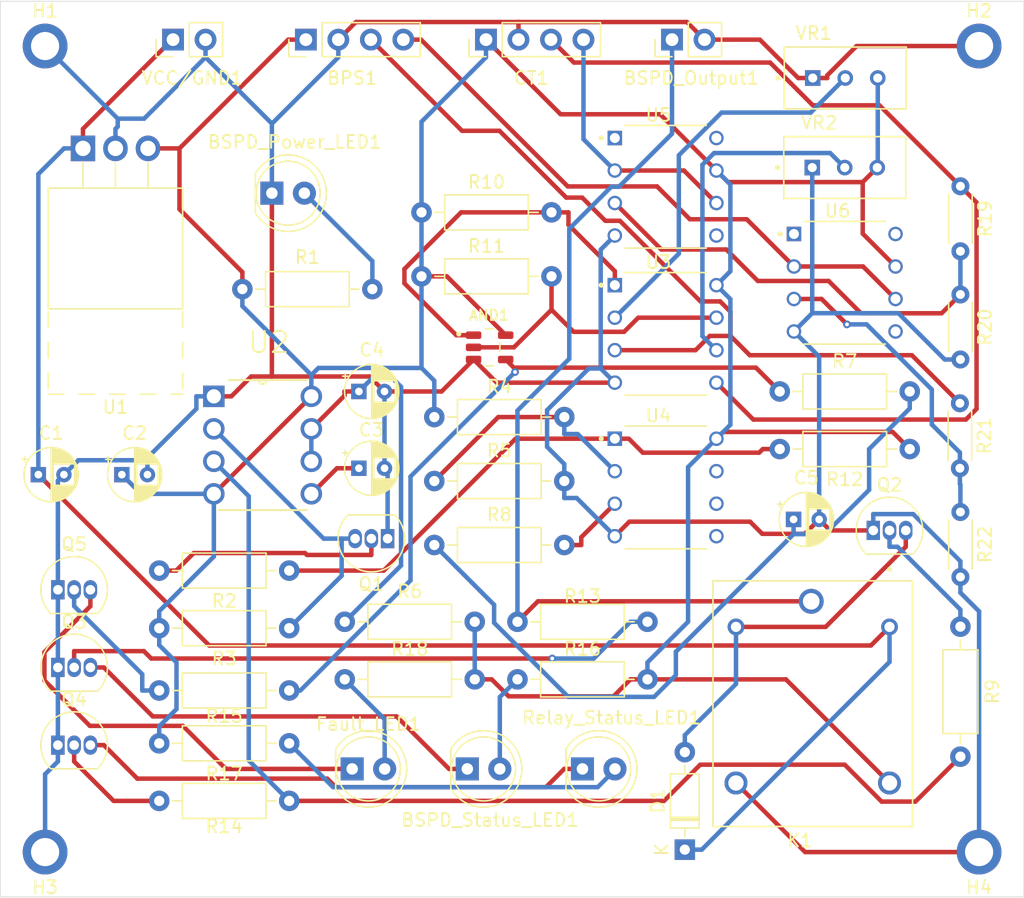
<source format=kicad_pcb>
(kicad_pcb (version 20240108) (generator "pcbnew") (generator_version "8.0")
  (layers (0 "F.Cu" signal) (31 "B.Cu" signal) (34 "B.Paste" user) (35 "F.Paste" user) (36 "B.SilkS" user "B.Silkscreen") (37 "F.SilkS" user "F.Silkscreen") (38 "B.Mask" user) (39 "F.Mask" user) (44 "Edge.Cuts" user))
  (net 0 "")
  (net 1 "CT_OUT")
  (net 2 "5V")
  (net 3 "BPS_OUT")
  (net 4 "AND_OUT")
  (net 5 "GND")
  (net 6 "BPS_IN")
  (net 7 "Net-(BSPD_Power_LED1-A)")
  (net 8 "Net-(BSPD_Status_LED1-A)")
  (net 9 "Net-(BSPD_Status_LED1-K)")
  (net 10 "+12V")
  (net 11 "Net-(U2-CV)")
  (net 12 "Net-(U2-DIS)")
  (net 13 "Net-(C5-Pad1)")
  (net 14 "CT_IN")
  (net 15 "Net-(D1-A)")
  (net 16 "Net-(Fault_LED1-A)")
  (net 17 "Net-(Fault_LED1-K)")
  (net 18 "BSPD_OUT")
  (net 19 "Net-(Q1-C)")
  (net 20 "Net-(Q1-B)")
  (net 21 "Net-(Q2-B)")
  (net 22 "Net-(Q3-B)")
  (net 23 "Net-(Q4-B)")
  (net 24 "Net-(Q4-C)")
  (net 25 "Net-(Q5-B)")
  (net 26 "500ms_out")
  (net 27 "Vref(2.5V)")
  (net 28 "Net-(U4-1IN+)")
  (net 29 "10sec_OUT")
  (net 30 "Net-(Relay_Status_LED1-A)")
  (net 31 "Vref_CT")
  (net 32 "Vref_BPS")
  (net 36 "BPS_VCU")
  (net 37 "CT_VCU")
  (net 38 "Net-(U5-+)")
  (net 39 "Net-(U6-+)")
  (footprint "NE555:DIP254P762X533-8" (layer "F.Cu") (at 114.81 101.5)
    (property "Reference" "U2")
    (property "Value" "NE555D")
  )
  (footprint "Resistor_THT:R_Axial_DIN0207_L6.3mm_D2.5mm_P10.16mm_Horizontal" (layer "F.Cu") (at 123.42 79.5)
    (property "Reference" "R10")
    (property "Value" "10k")
  )
  (footprint "Resistor_THT:R_Axial_DIN0204_L3.6mm_D1.6mm_P5.08mm_Horizontal" (layer "F.Cu") (at 165.54 102.92 -90)
    (property "Reference" "R22")
    (property "Value" "10k")
  )
  (footprint "LED_THT:LED_D5.0mm_IRGrey" (layer "F.Cu") (at 111.725 78)
    (property "Reference" "BSPD_Power_LED1")
    (property "Value" "CQY99")
  )
  (footprint "MountingHole:MountingHole_2.2mm_M2_ISO7380_Pad" (layer "F.Cu") (at 94 66.5)
    (property "Reference" "H1")
    (property "Value" "MountingHole_Pad")
  )
  (footprint "Trimmer Pot:TRIM_3296W-OT1-103LF" (layer "F.Cu") (at 156.54 69)
    (property "Reference" "VR1")
    (property "Value" "10K")
  )
  (footprint "Resistor_THT:R_Axial_DIN0207_L6.3mm_D2.5mm_P10.16mm_Horizontal" (layer "F.Cu") (at 117.42 111.5)
    (property "Reference" "R6")
    (property "Value" "750k")
  )
  (footprint "LM393_THT:DIP794W45P254L959H508Q8" (layer "F.Cu") (at 142.5 89)
    (property "Reference" "U3")
    (property "Value" "LM393DR")
  )
  (footprint "MountingHole:MountingHole_2.2mm_M2_ISO7380_Pad" (layer "F.Cu") (at 167 129.5 180)
    (property "Reference" "H4")
    (property "Value" "MountingHole_Pad")
  )
  (footprint "Resistor_THT:R_Axial_DIN0207_L6.3mm_D2.5mm_P10.16mm_Horizontal" (layer "F.Cu") (at 123.42 84.5)
    (property "Reference" "R11")
    (property "Value" "10k")
  )
  (footprint "Single AND Gate:SOT95P280X145-5N" (layer "F.Cu") (at 128.745 90.05)
    (property "Reference" "AND1")
    (property "Value" "SN74LVC1G08DBVRE4")
  )
  (footprint "Resistor_THT:R_Axial_DIN0207_L6.3mm_D2.5mm_P10.16mm_Horizontal" (layer "F.Cu") (at 161.58 98 180)
    (property "Reference" "R12")
    (property "Value" "10k")
  )
  (footprint "Package_TO_SOT_THT:TO-92_Inline" (layer "F.Cu") (at 120.77 105 180)
    (property "Reference" "Q1")
    (property "Value" "2N3904")
  )
  (footprint "Package_TO_SOT_THT:TO-220F-3_Horizontal_TabUp" (layer "F.Cu") (at 96.96 74.5)
    (property "Reference" "U1")
    (property "Value" "L7805")
  )
  (footprint "Resistor_THT:R_Axial_DIN0207_L6.3mm_D2.5mm_P10.16mm_Horizontal" (layer "F.Cu") (at 117.42 116)
    (property "Reference" "R18")
    (property "Value" "220")
  )
  (footprint "Resistor_THT:R_Axial_DIN0207_L6.3mm_D2.5mm_P10.16mm_Horizontal" (layer "F.Cu") (at 130.92 116)
    (property "Reference" "R16")
    (property "Value" "220")
  )
  (footprint "Capacitor_THT:CP_Radial_D4.0mm_P2.00mm" (layer "F.Cu") (at 118.5274 93.5)
    (property "Reference" "C4")
    (property "Value" "10uF")
  )
  (footprint "Package_TO_SOT_THT:TO-92_Inline" (layer "F.Cu") (at 158.73 104.36)
    (property "Reference" "Q2")
    (property "Value" "2N3904")
  )
  (footprint "Resistor_THT:R_Axial_DIN0207_L6.3mm_D2.5mm_P10.16mm_Horizontal" (layer "F.Cu") (at 113.08 107.5 180)
    (property "Reference" "R2")
    (property "Value" "1k")
  )
  (footprint "LM741CN_NOPB:DIP794W45P254L959H508Q8" (layer "F.Cu") (at 142.5 77.5)
    (property "Reference" "U5")
    (property "Value" "LM741")
  )
  (footprint "LED_THT:LED_D5.0mm_IRGrey" (layer "F.Cu") (at 118 123)
    (property "Reference" "Fault_LED1")
    (property "Value" "CQY99")
  )
  (footprint "Resistor_THT:R_Axial_DIN0207_L6.3mm_D2.5mm_P10.16mm_Horizontal" (layer "F.Cu") (at 124.42 105.5)
    (property "Reference" "R8")
    (property "Value" "220")
  )
  (footprint "Resistor_THT:R_Axial_DIN0204_L3.6mm_D1.6mm_P5.08mm_Horizontal" (layer "F.Cu") (at 165.54 85.92 -90)
    (property "Reference" "R20")
    (property "Value" "10k")
  )
  (footprint "Resistor_THT:R_Axial_DIN0207_L6.3mm_D2.5mm_P10.16mm_Horizontal" (layer "F.Cu") (at 113.08 121 180)
    (property "Reference" "R17")
    (property "Value" "220")
  )
  (footprint "Package_TO_SOT_THT:TO-92_Inline" (layer "F.Cu") (at 95 121.14)
    (property "Reference" "Q4")
    (property "Value" "2N3904")
  )
  (footprint "Connector_PinHeader_2.54mm:PinHeader_1x04_P2.54mm_Vertical" (layer "F.Cu") (at 128.46 66 90)
    (property "Reference" "CT1")
    (property "Value" "Screw_Terminal_01x04")
  )
  (footprint "Resistor_THT:R_Axial_DIN0204_L3.6mm_D1.6mm_P5.08mm_Horizontal" (layer "F.Cu") (at 165.54 77.46 -90)
    (property "Reference" "R19")
    (property "Value" "5k")
  )
  (footprint "Capacitor_THT:CP_Radial_D4.0mm_P2.00mm" (layer "F.Cu") (at 152.5 103.5)
    (property "Reference" "C5")
    (property "Value" "10uF")
  )
  (footprint "LM741CN_NOPB:DIP794W45P254L959H508Q8" (layer "F.Cu") (at 156.5 85)
    (property "Reference" "U6")
    (property "Value" "LM741")
  )
  (footprint "Trimmer Pot:TRIM_3296W-OT1-103LF" (layer "F.Cu") (at 156.5 76)
    (property "Reference" "VR2")
    (property "Value" "10K")
  )
  (footprint "Resistor_THT:R_Axial_DIN0207_L6.3mm_D2.5mm_P10.16mm_Horizontal" (layer "F.Cu") (at 151.42 93.5)
    (property "Reference" "R7")
    (property "Value" "10k")
  )
  (footprint "Package_TO_SOT_THT:TO-92_Inline" (layer "F.Cu") (at 95 109)
    (property "Reference" "Q5")
    (property "Value" "2N3904")
  )
  (footprint "Resistor_THT:R_Axial_DIN0204_L3.6mm_D1.6mm_P5.08mm_Horizontal" (layer "F.Cu") (at 165.5 94.42 -90)
    (property "Reference" "R21")
    (property "Value" "5k")
  )
  (footprint "LED_THT:LED_D5.0mm_IRGrey" (layer "F.Cu") (at 136 123)
    (property "Reference" "Relay_Status_LED1")
    (property "Value" "CQY99")
  )
  (footprint "Connector_PinHeader_2.54mm:PinHeader_1x02_P2.54mm_Vertical" (layer "F.Cu") (at 104 66 90)
    (property "Reference" "VCC/GND1")
    (property "Value" "Screw_Terminal_01x02")
  )
  (footprint "Connector_PinHeader_2.54mm:PinHeader_1x04_P2.54mm_Vertical" (layer "F.Cu") (at 114.38 66 90)
    (property "Reference" "BPS1")
    (property "Value" "Screw_Terminal_01x04")
  )
  (footprint "Connector_PinHeader_2.54mm:PinHeader_1x02_P2.54mm_Vertical" (layer "F.Cu") (at 143 66 90)
    (property "Reference" "BSPD_Output1")
    (property "Value" "Screw_Terminal_01x02")
  )
  (footprint "Resistor_THT:R_Axial_DIN0207_L6.3mm_D2.5mm_P10.16mm_Horizontal" (layer "F.Cu") (at 113.08 116.87 180)
    (property "Reference" "R15")
    (property "Value" "1k")
  )
  (footprint "Resistor_THT:R_Axial_DIN0207_L6.3mm_D2.5mm_P10.16mm_Horizontal" (layer "F.Cu") (at 124.42 95.5)
    (property "Reference" "R4")
    (property "Value" "10k")
  )
  (footprint "Resistor_THT:R_Axial_DIN0207_L6.3mm_D2.5mm_P10.16mm_Horizontal" (layer "F.Cu") (at 124.42 100.5)
    (property "Reference" "R5")
    (property "Value" "10k")
  )
  (footprint "Resistor_THT:R_Axial_DIN0207_L6.3mm_D2.5mm_P10.16mm_Horizontal" (layer "F.Cu") (at 130.92 111.5)
    (property "Reference" "R13")
    (property "Value" "1k")
  )
  (footprint "Capacitor_THT:CP_Radial_D4.0mm_P2.00mm" (layer "F.Cu") (at 93.4726 100)
    (property "Reference" "C1")
    (property "Value" "10uF")
  )
  (footprint "MountingHole:MountingHole_2.2mm_M2_ISO7380_Pad" (layer "F.Cu") (at 94 129.5 180)
    (property "Reference" "H3")
    (property "Value" "MountingHole_Pad")
  )
  (footprint "Resistor_THT:R_Axial_DIN0207_L6.3mm_D2.5mm_P10.16mm_Horizontal" (layer "F.Cu") (at 165.54 122.04 90)
    (property "Reference" "R9")
    (property "Value" "1k")
  )
  (footprint "Resistor_THT:R_Axial_DIN0207_L6.3mm_D2.5mm_P10.16mm_Horizontal" (layer "F.Cu") (at 119.58 85.5 180)
    (property "Reference" "R1")
    (property "Value" "220")
  )
  (footprint "LM393_THT:DIP794W45P254L959H508Q8" (layer "F.Cu") (at 142.5 101)
    (property "Reference" "U4")
    (property "Value" "LM393DR")
  )
  (footprint "Diode_THT:D_DO-35_SOD27_P7.62mm_Horizontal" (layer "F.Cu") (at 144 129.31 90)
    (property "Reference" "D1")
    (property "Value" "D")
  )
  (footprint "Resistor_THT:R_Axial_DIN0207_L6.3mm_D2.5mm_P10.16mm_Horizontal" (layer "F.Cu") (at 113.08 112 180)
    (property "Reference" "R3")
    (property "Value" "1k")
  )
  (footprint "Package_TO_SOT_THT:TO-92_Inline" (layer "F.Cu") (at 95 115.07)
    (property "Reference" "Q3")
    (property "Value" "2N3904")
  )
  (footprint "MountingHole:MountingHole_2.2mm_M2_ISO7380_Pad" (layer "F.Cu") (at 167 66.5)
    (property "Reference" "H2")
    (property "Value" "MountingHole_Pad")
  )
  (footprint "Resistor_THT:R_Axial_DIN0207_L6.3mm_D2.5mm_P10.16mm_Horizontal" (layer "F.Cu") (at 113.08 125.5 180)
    (property "Reference" "R14")
    (property "Value" "1k")
  )
  (footprint "LED_THT:LED_D5.0mm_IRGrey" (layer "F.Cu") (at 127 123)
    (property "Reference" "BSPD_Status_LED1")
    (property "Value" "CQY99")
  )
  (footprint "Relay SPDT 12V:RELAY_SRD-12VDC-SL-C" (layer "F.Cu") (at 154 118 -90)
    (property "Reference" "K1")
    (property "Value" "SRD-12VDC-SL-C")
  )
  (footprint "Capacitor_THT:CP_Radial_D4.0mm_P2.00mm" (layer "F.Cu") (at 118.5274 99.5)
    (property "Reference" "C3")
    (property "Value" "10nF")
  )
  (footprint "Capacitor_THT:CP_Radial_D4.0mm_P2.00mm" (layer "F.Cu") (at 100 100)
    (property "Reference" "C2")
    (property "Value" "1nF")
  )
  (gr_rect (start 90.5 63) (end 170.5 133) (stroke (width 0.05)) (fill none) (layer "Edge.Cuts"))
  (segment (start 127.49 90.05) (end 130.641 90.05) (width 0.35) (layer "F.Cu") (net 1))
  (segment (start 130.641 90.05) (end 133.58 87.111) (width 0.35) (layer "F.Cu") (net 1))
  (segment (start 139.2539 88.8363) (end 135.3053 88.8363) (width 0.35) (layer "F.Cu") (net 1))
  (segment (start 133.58 87.111) (end 133.58 84.5) (width 0.35) (layer "F.Cu") (net 1))
  (segment (start 140.3602 87.73) (end 139.2539 88.8363) (width 0.35) (layer "F.Cu") (net 1))
  (segment (start 146.47 87.73) (end 140.3602 87.73) (width 0.35) (layer "F.Cu") (net 1))
  (segment (start 135.3053 88.8363) (end 133.58 87.111) (width 0.35) (layer "F.Cu") (net 1))
  (segment (start 102.4098 74.5) (end 104.5033 74.5) (width 0.35) (layer "F.Cu") (net 2))
  (segment (start 146.9999 96.6601) (end 146.47 97.19) (width 0.35) (layer "F.Cu") (net 2))
  (segment (start 125.4 84.5) (end 123.42 84.5) (width 0.35) (layer "F.Cu") (net 2))
  (segment (start 104.5033 74.5) (end 113.0033 66) (width 0.35) (layer "F.Cu") (net 2))
  (segment (start 109.42 85.5) (end 109.42 84.1733) (width 0.35) (layer "F.Cu") (net 2))
  (segment (start 159.04 76) (end 157.9043 77.1357) (width 0.35) (layer "F.Cu") (net 2))
  (segment (start 142.0744 71.8344) (end 146.47 76.23) (width 0.35) (layer "F.Cu") (net 2))
  (segment (start 157.9043 81.1643) (end 160.47 83.73) (width 0.35) (layer "F.Cu") (net 2))
  (segment (start 147.3757 77.1357) (end 146.47 76.23) (width 0.35) (layer "F.Cu") (net 2))
  (segment (start 114.81 93.88) (end 107.19 101.5) (width 0.35) (layer "F.Cu") (net 2))
  (segment (start 114.38 66) (end 113.0033 66) (width 0.35) (layer "F.Cu") (net 2))
  (segment (start 127.58 116) (end 128.9067 116) (width 0.35) (layer "F.Cu") (net 2))
  (segment (start 130 89.1) (end 125.4 84.5) (width 0.35) (layer "F.Cu") (net 2))
  (segment (start 134.2944 71.8344) (end 142.0744 71.8344) (width 0.35) (layer "F.Cu") (net 2))
  (segment (start 102.04 74.5) (end 102.4098 74.5) (width 0.35) (layer "F.Cu") (net 2))
  (segment (start 141.08 116) (end 139.7533 116) (width 0.35) (layer "F.Cu") (net 2))
  (segment (start 104.5033 74.5) (end 104.5033 79.2566) (width 0.35) (layer "F.Cu") (net 2))
  (segment (start 138.4266 117.3267) (end 130.2334 117.3267) (width 0.35) (layer "F.Cu") (net 2))
  (segment (start 161.58 98) (end 160.2401 96.6601) (width 0.35) (layer "F.Cu") (net 2))
  (segment (start 157.9043 77.1357) (end 147.3757 77.1357) (width 0.35) (layer "F.Cu") (net 2))
  (segment (start 160.2401 96.6601) (end 146.9999 96.6601) (width 0.35) (layer "F.Cu") (net 2))
  (segment (start 151.9 116) (end 141.08 116) (width 0.35) (layer "F.Cu") (net 2))
  (segment (start 157.9043 77.1357) (end 157.9043 81.1643) (width 0.35) (layer "F.Cu") (net 2))
  (segment (start 160 124.1) (end 151.9 116) (width 0.35) (layer "F.Cu") (net 2))
  (segment (start 139.7533 116) (end 138.4266 117.3267) (width 0.35) (layer "F.Cu") (net 2))
  (segment (start 130.2334 117.3267) (end 128.9067 116) (width 0.35) (layer "F.Cu") (net 2))
  (segment (start 128.46 66) (end 134.2944 71.8344) (width 0.35) (layer "F.Cu") (net 2))
  (segment (start 104.5033 79.2566) (end 109.42 84.1733) (width 0.35) (layer "F.Cu") (net 2))
  (segment (start 123.42 72.4167) (end 123.42 79.5) (width 0.35) (layer "B.Cu") (net 2))
  (segment (start 102.92 121) (end 102.92 119.6733) (width 0.35) (layer "B.Cu") (net 2))
  (segment (start 141.08 114.6733) (end 144.2548 111.4985) (width 0.35) (layer "B.Cu") (net 2))
  (segment (start 102.92 113.3267) (end 104.2691 114.6758) (width 0.35) (layer "B.Cu") (net 2))
  (segment (start 141.08 116) (end 141.08 114.6733) (width 0.35) (layer "B.Cu") (net 2))
  (segment (start 123.42 84.5) (end 123.42 79.5) (width 0.35) (layer "B.Cu") (net 2))
  (segment (start 128.46 67.3767) (end 123.42 72.4167) (width 0.35) (layer "B.Cu") (net 2))
  (segment (start 114.81 92.2167) (end 114.81 93.88) (width 0.35) (layer "B.Cu") (net 2))
  (segment (start 100 100) (end 101.5 101.5) (width 0.35) (layer "B.Cu") (net 2))
  (segment (start 102.92 112) (end 102.92 113.3267) (width 0.35) (layer "B.Cu") (net 2))
  (segment (start 124.42 92.6602) (end 123.42 91.6602) (width 0.35) (layer "B.Cu") (net 2))
  (segment (start 144.2548 99.4052) (end 146.47 97.19) (width 0.35) (layer "B.Cu") (net 2))
  (segment (start 102.92 112) (end 102.92 110.6733) (width 0.35) (layer "B.Cu") (net 2))
  (segment (start 147.5617 77.3217) (end 147.5617 84.0983) (width 0.35) (layer "B.Cu") (net 2))
  (segment (start 123.42 84.5) (end 123.42 91.6602) (width 0.35) (layer "B.Cu") (net 2))
  (segment (start 109.42 86.8267) (end 114.81 92.2167) (width 0.35) (layer "B.Cu") (net 2))
  (segment (start 147.5617 86.2817) (end 146.47 85.19) (width 0.35) (layer "B.Cu") (net 2))
  (segment (start 147.5617 96.0983) (end 147.5617 86.2817) (width 0.35) (layer "B.Cu") (net 2))
  (segment (start 127.58 116) (end 127.58 111.5) (width 0.35) (layer "B.Cu") (net 2))
  (segment (start 109.42 85.5) (end 109.42 86.8267) (width 0.35) (layer "B.Cu") (net 2))
  (segment (start 147.5617 84.0983) (end 146.47 85.19) (width 0.35) (layer "B.Cu") (net 2))
  (segment (start 104.2691 118.3242) (end 102.92 119.6733) (width 0.35) (layer "B.Cu") (net 2))
  (segment (start 104.2691 114.6758) (end 104.2691 118.3242) (width 0.35) (layer "B.Cu") (net 2))
  (segment (start 124.42 95.5) (end 124.42 92.6602) (width 0.35) (layer "B.Cu") (net 2))
  (segment (start 128.46 66) (end 128.46 67.3767) (width 0.35) (layer "B.Cu") (net 2))
  (segment (start 107.19 101.5) (end 107.19 106.4033) (width 0.35) (layer "B.Cu") (net 2))
  (segment (start 146.47 76.23) (end 147.5617 77.3217) (width 0.35) (layer "B.Cu") (net 2))
  (segment (start 159.04 76) (end 159.08 75.96) (width 0.35) (layer "B.Cu") (net 2))
  (segment (start 146.47 97.19) (end 147.5617 96.0983) (width 0.35) (layer "B.Cu") (net 2))
  (segment (start 123.42 91.6602) (end 115.3665 91.6602) (width 0.35) (layer "B.Cu") (net 2))
  (segment (start 159.08 75.96) (end 159.08 69) (width 0.35) (layer "B.Cu") (net 2))
  (segment (start 115.3665 91.6602) (end 114.81 92.2167) (width 0.35) (layer "B.Cu") (net 2))
  (segment (start 107.19 106.4033) (end 102.92 110.6733) (width 0.35) (layer "B.Cu") (net 2))
  (segment (start 144.2548 111.4985) (end 144.2548 99.4052) (width 0.35) (layer "B.Cu") (net 2))
  (segment (start 101.5 101.5) (end 107.19 101.5) (width 0.35) (layer "B.Cu") (net 2))
  (segment (start 122.0844 83.9292) (end 126.5136 79.5) (width 0.35) (layer "F.Cu") (net 3))
  (segment (start 134.9067 80.475) (end 134.9067 79.5) (width 0.35) (layer "F.Cu") (net 3))
  (segment (start 127.49 89.1) (end 126.1397 89.1) (width 0.35) (layer "F.Cu") (net 3))
  (segment (start 122.0844 85.0447) (end 122.0844 83.9292) (width 0.35) (layer "F.Cu") (net 3))
  (segment (start 138.53 84.0983) (end 134.9067 80.475) (width 0.35) (layer "F.Cu") (net 3))
  (segment (start 133.58 79.5) (end 134.9067 79.5) (width 0.35) (layer "F.Cu") (net 3))
  (segment (start 138.53 85.19) (end 138.53 84.0983) (width 0.35) (layer "F.Cu") (net 3))
  (segment (start 126.5136 79.5) (end 133.58 79.5) (width 0.35) (layer "F.Cu") (net 3))
  (segment (start 126.1397 89.1) (end 122.0844 85.0447) (width 0.35) (layer "F.Cu") (net 3))
  (segment (start 130.8255 91.6351) (end 149.5551 91.6351) (width 0.35) (layer "F.Cu") (net 4))
  (segment (start 130.7303 91.9786) (end 130.7303 91.7303) (width 0.35) (layer "F.Cu") (net 4))
  (segment (start 130.7303 91.7303) (end 130 91) (width 0.35) (layer "F.Cu") (net 4))
  (segment (start 130.7303 91.7303) (end 130.8255 91.6351) (width 0.35) (layer "F.Cu") (net 4))
  (segment (start 149.5551 91.6351) (end 151.42 93.5) (width 0.35) (layer "F.Cu") (net 4))
  (via (at 130.7303 91.9786) (size 0.6) (drill 0.3) (layers "F.Cu" "B.Cu") (net 4))
  (segment (start 113.9549 116.87) (end 122.5608 108.2641) (width 0.35) (layer "B.Cu") (net 4))
  (segment (start 122.5608 108.2641) (end 122.5608 100.1481) (width 0.35) (layer "B.Cu") (net 4))
  (segment (start 113.08 116.87) (end 113.9549 116.87) (width 0.35) (layer "B.Cu") (net 4))
  (segment (start 122.5608 100.1481) (end 130.7303 91.9786) (width 0.35) (layer "B.Cu") (net 4))
  (segment (start 155.1357 68.7871) (end 155.1357 69) (width 0.35) (layer "F.Cu") (net 5))
  (segment (start 148 124.1) (end 153.4 129.5) (width 0.35) (layer "F.Cu") (net 5))
  (segment (start 150.052 104.6267) (end 149.1011 103.6758) (width 0.35) (layer "F.Cu") (net 5))
  (segment (start 154.5 103.5) (end 153.3733 104.6267) (width 0.35) (layer "F.Cu") (net 5))
  (segment (start 154 69) (end 155.1357 69) (width 0.35) (layer "F.Cu") (net 5))
  (segment (start 130.9985 64.6233) (end 131 64.6248) (width 0.35) (layer "F.Cu") (net 5))
  (segment (start 145.54 66) (end 144.1633 64.6233) (width 0.35) (layer "F.Cu") (net 5))
  (segment (start 154 69) (end 152.8643 69) (width 0.35) (layer "F.Cu") (net 5))
  (segment (start 118.2967 64.6233) (end 130.9985 64.6233) (width 0.35) (layer "F.Cu") (net 5))
  (segment (start 129.3 92.81) (end 138.53 92.81) (width 0.35) (layer "F.Cu") (net 5))
  (segment (start 152.8643 69) (end 149.8643 66) (width 0.35) (layer "F.Cu") (net 5))
  (segment (start 149.8643 66) (end 145.54 66) (width 0.35) (layer "F.Cu") (net 5))
  (segment (start 124.99 93.5) (end 127.49 91) (width 0.35) (layer "F.Cu") (net 5))
  (segment (start 110.1055 92.3294) (end 108.5549 93.88) (width 0.35) (layer "F.Cu") (net 5))
  (segment (start 158.73 104.36) (end 155.36 104.36) (width 0.35) (layer "F.Cu") (net 5))
  (segment (start 144.1633 64.6233) (end 131.0015 64.6233) (width 0.35) (layer "F.Cu") (net 5))
  (segment (start 131 66) (end 131 64.6248) (width 0.35) (layer "F.Cu") (net 5))
  (segment (start 167 66.5) (end 157.4228 66.5) (width 0.35) (layer "F.Cu") (net 5))
  (segment (start 157.4228 66.5) (end 155.1357 68.7871) (width 0.35) (layer "F.Cu") (net 5))
  (segment (start 131.0015 64.6233) (end 131 64.6248) (width 0.35) (layer "F.Cu") (net 5))
  (segment (start 111.725 92.3294) (end 111.725 79.4267) (width 0.35) (layer "F.Cu") (net 5))
  (segment (start 149.1011 103.6758) (end 139.6642 103.6758) (width 0.35) (layer "F.Cu") (net 5))
  (segment (start 139.6642 103.6758) (end 138.53 104.81) (width 0.35) (layer "F.Cu") (net 5))
  (segment (start 119.3568 92.3294) (end 111.725 92.3294) (width 0.35) (layer "F.Cu") (net 5))
  (segment (start 111.725 78) (end 111.725 79.4267) (width 0.35) (layer "F.Cu") (net 5))
  (segment (start 107.19 93.88) (end 108.5549 93.88) (width 0.35) (layer "F.Cu") (net 5))
  (segment (start 116.92 66) (end 118.2967 64.6233) (width 0.35) (layer "F.Cu") (net 5))
  (segment (start 120.5274 93.5) (end 124.99 93.5) (width 0.35) (layer "F.Cu") (net 5))
  (segment (start 120.5274 93.5) (end 119.3568 92.3294) (width 0.35) (layer "F.Cu") (net 5))
  (segment (start 127.49 91) (end 129.3 92.81) (width 0.35) (layer "F.Cu") (net 5))
  (segment (start 153.4 129.5) (end 167 129.5) (width 0.35) (layer "F.Cu") (net 5))
  (segment (start 153.3733 104.6267) (end 150.052 104.6267) (width 0.35) (layer "F.Cu") (net 5))
  (segment (start 155.36 104.36) (end 154.5 103.5) (width 0.35) (layer "F.Cu") (net 5))
  (segment (start 111.725 92.3294) (end 110.1055 92.3294) (width 0.35) (layer "F.Cu") (net 5))
  (segment (start 133.236 94.9601) (end 136.4905 91.7056) (width 0.35) (layer "B.Cu") (net 5))
  (segment (start 99.5 72.9733) (end 99.675 72.7983) (width 0.35) (layer "B.Cu") (net 5))
  (segment (start 137.4256 82.4144) (end 138.53 81.31) (width 0.35) (layer "B.Cu") (net 5))
  (segment (start 101.8033 98.8733) (end 105.8251 94.8515) (width 0.35) (layer "B.Cu") (net 5))
  (segment (start 134.58 99.1733) (end 133.236 97.8293) (width 0.35) (layer "B.Cu") (net 5))
  (segment (start 138.53 104.81) (end 135.5467 101.8267) (width 0.35) (layer "B.Cu") (net 5))
  (segment (start 111.725 78) (end 111.725 72.5717) (width 0.35) (layer "B.Cu") (net 5))
  (segment (start 154.5 103.5) (end 154.5 90.78) (width 0.35) (layer "B.Cu") (net 5))
  (segment (start 99.675 72.175) (end 94 66.5) (width 0.35) (layer "B.Cu") (net 5))
  (segment (start 111.73 72.5667) (end 106.54 67.3767) (width 0.35) (layer "B.Cu") (net 5))
  (segment (start 135.5467 101.8267) (end 134.58 101.8267) (width 0.35) (layer "B.Cu") (net 5))
  (segment (start 105.8251 94.8515) (end 105.8251 93.88) (width 0.35) (layer "B.Cu") (net 5))
  (segment (start 120.77 99.7426) (end 120.77 105) (width 0.35) (layer "B.Cu") (net 5))
  (segment (start 136.4905 91.7056) (end 137.4256 91.7056) (width 0.35) (layer "B.Cu") (net 5))
  (segment (start 165.54 91) (end 164.3133 91) (width 0.35) (layer "B.Cu") (net 5))
  (segment (start 116.92 66) (end 116.92 67.3767) (width 0.35) (layer "B.Cu") (net 5))
  (segment (start 158.73 103.0833) (end 161.85 103.0833) (width 0.35) (layer "B.Cu") (net 5))
  (segment (start 94 123.4167) (end 94 129.5) (width 0.35) (layer "B.Cu") (net 5))
  (segment (start 99.675 72.175) (end 101.7417 72.175) (width 0.35) (layer "B.Cu") (net 5))
  (segment (start 106.54 66) (end 106.54 67.3767) (width 0.35) (layer "B.Cu") (net 5))
  (segment (start 133.236 97.8293) (end 133.236 94.9601) (width 0.35) (layer "B.Cu") (net 5))
  (segment (start 99.675 72.7983) (end 99.675 72.175) (width 0.35) (layer "B.Cu") (net 5))
  (segment (start 165.54 108) (end 165.54 109.2267) (width 0.35) (layer "B.Cu") (net 5))
  (segment (start 167 129.5) (end 167 110.6867) (width 0.35) (layer "B.Cu") (net 5))
  (segment (start 134.58 100.5) (end 134.58 99.1733) (width 0.35) (layer "B.Cu") (net 5))
  (segment (start 137.4256 91.7056) (end 137.4256 82.4144) (width 0.35) (layer "B.Cu") (net 5))
  (segment (start 111.73 72.5667) (end 116.92 67.3767) (width 0.35) (layer "B.Cu") (net 5))
  (segment (start 95.4726 100) (end 95 100.4726) (width 0.35) (layer "B.Cu") (net 5))
  (segment (start 167 110.6867) (end 165.54 109.2267) (width 0.35) (layer "B.Cu") (net 5))
  (segment (start 160.6933 87.38) (end 153.96 87.38) (width 0.35) (layer "B.Cu") (net 5))
  (segment (start 161.85 103.0833) (end 165.54 106.7733) (width 0.35) (layer "B.Cu") (net 5))
  (segment (start 101.8033 98.8733) (end 96.5993 98.8733) (width 0.35) (layer "B.Cu") (net 5))
  (segment (start 153.96 76) (end 153.96 77.1357) (width 0.35) (layer "B.Cu") (net 5))
  (segment (start 99.5 74.5) (end 99.5 72.9733) (width 0.35) (layer "B.Cu") (net 5))
  (segment (start 95 115.07) (end 95 121.14) (width 0.35) (layer "B.Cu") (net 5))
  (segment (start 165.54 108) (end 165.54 106.7733) (width 0.35) (layer "B.Cu") (net 5))
  (segment (start 120.5274 99.5) (end 120.77 99.7426) (width 0.35) (layer "B.Cu") (net 5))
  (segment (start 154.5 90.78) (end 152.53 88.81) (width 0.35) (layer "B.Cu") (net 5))
  (segment (start 164.3133 91) (end 160.6933 87.38) (width 0.35) (layer "B.Cu") (net 5))
  (segment (start 107.19 93.88) (end 105.8251 93.88) (width 0.35) (layer "B.Cu") (net 5))
  (segment (start 95 121.14) (end 95 122.4167) (width 0.35) (layer "B.Cu") (net 5))
  (segment (start 152.53 88.81) (end 153.96 87.38) (width 0.35) (layer "B.Cu") (net 5))
  (segment (start 158.73 104.36) (end 158.73 103.0833) (width 0.35) (layer "B.Cu") (net 5))
  (segment (start 95 122.4167) (end 94 123.4167) (width 0.35) (layer "B.Cu") (net 5))
  (segment (start 111.725 72.5717) (end 111.73 72.5667) (width 0.35) (layer "B.Cu") (net 5))
  (segment (start 120.5274 99.5) (end 120.5274 93.5) (width 0.35) (layer "B.Cu") (net 5))
  (segment (start 101.7417 72.175) (end 106.54 67.3767) (width 0.35) (layer "B.Cu") (net 5))
  (segment (start 138.53 92.81) (end 137.4256 91.7056) (width 0.35) (layer "B.Cu") (net 5))
  (segment (start 96.5993 98.8733) (end 95.4726 100) (width 0.35) (layer "B.Cu") (net 5))
  (segment (start 102 99.07) (end 101.8033 98.8733) (width 0.35) (layer "B.Cu") (net 5))
  (segment (start 95 100.4726) (end 95 109) (width 0.35) (layer "B.Cu") (net 5))
  (segment (start 153.96 87.38) (end 153.96 77.1357) (width 0.35) (layer "B.Cu") (net 5))
  (segment (start 95 109) (end 95 115.07) (width 0.35) (layer "B.Cu") (net 5))
  (segment (start 102 100) (end 102 99.07) (width 0.35) (layer "B.Cu") (net 5))
  (segment (start 134.58 100.5) (end 134.58 101.8267) (width 0.35) (layer "B.Cu") (net 5))
  (segment (start 161.7456 90.6656) (end 165.5 94.42) (width 0.35) (layer "F.Cu") (net 6))
  (segment (start 129.5112 73.1248) (end 126.5848 73.1248) (width 0.35) (layer "F.Cu") (net 6))
  (segment (start 134.7317 78.3453) (end 129.5112 73.1248) (width 0.35) (layer "F.Cu") (net 6))
  (segment (start 137.7882 80.1579) (end 135.9756 78.3453) (width 0.35) (layer "F.Cu") (net 6))
  (segment (start 147.5687 89.1587) (end 147.5687 87.268) (width 0.35) (layer "F.Cu") (net 6))
  (segment (start 149.0756 90.6656) (end 161.7456 90.6656) (width 0.35) (layer "F.Cu") (net 6))
  (segment (start 138.9218 80.1579) (end 137.7882 80.1579) (width 0.35) (layer "F.Cu") (net 6))
  (segment (start 145.9508 89.1587) (end 147.5687 89.1587) (width 0.35) (layer "F.Cu") (net 6))
  (segment (start 138.53 90.27) (end 144.8395 90.27) (width 0.35) (layer "F.Cu") (net 6))
  (segment (start 126.5848 73.1248) (end 119.46 66) (width 0.35) (layer "F.Cu") (net 6))
  (segment (start 145.2239 86.46) (end 138.9218 80.1579) (width 0.35) (layer "F.Cu") (net 6))
  (segment (start 144.8395 90.27) (end 145.9508 89.1587) (width 0.35) (layer "F.Cu") (net 6))
  (segment (start 147.5687 87.268) (end 146.7607 86.46) (width 0.35) (layer "F.Cu") (net 6))
  (segment (start 147.5687 89.1587) (end 149.0756 90.6656) (width 0.35) (layer "F.Cu") (net 6))
  (segment (start 135.9756 78.3453) (end 134.7317 78.3453) (width 0.35) (layer "F.Cu") (net 6))
  (segment (start 146.7607 86.46) (end 145.2239 86.46) (width 0.35) (layer "F.Cu") (net 6))
  (segment (start 119.58 83.315) (end 114.265 78) (width 0.35) (layer "B.Cu") (net 7))
  (segment (start 119.58 85.5) (end 119.58 83.315) (width 0.35) (layer "B.Cu") (net 7))
  (segment (start 129.54 123) (end 129.54 117.38) (width 0.35) (layer "B.Cu") (net 8))
  (segment (start 129.54 117.38) (end 130.92 116) (width 0.35) (layer "B.Cu") (net 8))
  (segment (start 127 123) (end 125.5733 123) (width 0.35) (layer "F.Cu") (net 9))
  (segment (start 102.4201 118.8984) (end 98.5917 115.07) (width 0.35) (layer "F.Cu") (net 9))
  (segment (start 125.5733 123) (end 121.4717 118.8984) (width 0.35) (layer "F.Cu") (net 9))
  (segment (start 97.54 115.07) (end 98.5917 115.07) (width 0.35) (layer "F.Cu") (net 9))
  (segment (start 121.4717 118.8984) (end 102.4201 118.8984) (width 0.35) (layer "F.Cu") (net 9))
  (segment (start 96.96 74.5) (end 96.96 72.9733) (width 0.35) (layer "F.Cu") (net 10))
  (segment (start 106.8257 113.3531) (end 93.4726 100) (width 0.35) (layer "F.Cu") (net 10))
  (segment (start 103.9333 66) (end 104 66) (width 0.35) (layer "F.Cu") (net 10))
  (segment (start 158.5469 113.3531) (end 106.8257 113.3531) (width 0.35) (layer "F.Cu") (net 10))
  (segment (start 160 111.9) (end 158.5469 113.3531) (width 0.35) (layer "F.Cu") (net 10))
  (segment (start 96.96 72.9733) (end 103.9333 66) (width 0.35) (layer "F.Cu") (net 10))
  (segment (start 93.4726 76.5082) (end 95.4808 74.5) (width 0.35) (layer "B.Cu") (net 10))
  (segment (start 160 114.6367) (end 145.3267 129.31) (width 0.35) (layer "B.Cu") (net 10))
  (segment (start 144 129.31) (end 145.3267 129.31) (width 0.35) (layer "B.Cu") (net 10))
  (segment (start 93.4726 100) (end 93.4726 76.5082) (width 0.35) (layer "B.Cu") (net 10))
  (segment (start 96.96 74.5) (end 95.4808 74.5) (width 0.35) (layer "B.Cu") (net 10))
  (segment (start 160 111.9) (end 160 114.6367) (width 0.35) (layer "B.Cu") (net 10))
  (segment (start 116.81 99.5) (end 114.81 101.5) (width 0.35) (layer "F.Cu") (net 11))
  (segment (start 118.5274 99.5) (end 116.81 99.5) (width 0.35) (layer "F.Cu") (net 11))
  (segment (start 117.4007 93.8293) (end 114.81 96.42) (width 0.35) (layer "F.Cu") (net 12))
  (segment (start 117.4007 93.5) (end 117.4007 93.8293) (width 0.35) (layer "F.Cu") (net 12))
  (segment (start 118.5274 93.5) (end 117.4007 93.5) (width 0.35) (layer "F.Cu") (net 12))
  (segment (start 119.6552 92.3722) (end 121.0566 92.3722) (width 0.35) (layer "B.Cu") (net 12))
  (segment (start 121.8217 107.0983) (end 117.42 111.5) (width 0.35) (layer "B.Cu") (net 12))
  (segment (start 121.0566 92.3722) (end 121.8217 93.1373) (width 0.35) (layer "B.Cu") (net 12))
  (segment (start 114.81 96.42) (end 114.81 98.96) (width 0.35) (layer "B.Cu") (net 12))
  (segment (start 121.8217 93.1373) (end 121.8217 107.0983) (width 0.35) (layer "B.Cu") (net 12))
  (segment (start 118.5274 93.5) (end 119.6552 92.3722) (width 0.35) (layer "B.Cu") (net 12))
  (segment (start 158.4052 98.0015) (end 161.58 94.8267) (width 0.35) (layer "B.Cu") (net 13))
  (segment (start 129.0948 110.1748) (end 124.42 105.5) (width 0.35) (layer "B.Cu") (net 13))
  (segment (start 152.5 104.6452) (end 143.2998 113.8454) (width 0.35) (layer "B.Cu") (net 13))
  (segment (start 141.5989 117.3699) (end 134.89 117.3699) (width 0.35) (layer "B.Cu") (net 13))
  (segment (start 152.5 104.3483) (end 152.5 104.6452) (width 0.35) (layer "B.Cu") (net 13))
  (segment (start 134.89 117.3699) (end 129.0948 111.5747) (width 0.35) (layer "B.Cu") (net 13))
  (segment (start 158.4052 101.1888) (end 158.4052 98.0015) (width 0.35) (layer "B.Cu") (net 13))
  (segment (start 152.5 104.6452) (end 154.9488 104.6452) (width 0.35) (layer "B.Cu") (net 13))
  (segment (start 161.58 93.5) (end 161.58 94.8267) (width 0.35) (layer "B.Cu") (net 13))
  (segment (start 154.9488 104.6452) (end 158.4052 101.1888) (width 0.35) (layer "B.Cu") (net 13))
  (segment (start 152.5 103.5) (end 152.5 104.3483) (width 0.35) (layer "B.Cu") (net 13))
  (segment (start 129.0948 111.5747) (end 129.0948 110.1748) (width 0.35) (layer "B.Cu") (net 13))
  (segment (start 143.2998 115.669) (end 141.5989 117.3699) (width 0.35) (layer "B.Cu") (net 13))
  (segment (start 143.2998 113.8454) (end 143.2998 115.669) (width 0.35) (layer "B.Cu") (net 13))
  (segment (start 154.0062 71.1342) (end 150.6617 67.7897) (width 0.35) (layer "F.Cu") (net 14))
  (segment (start 146.47 92.81) (end 149.3553 95.6953) (width 0.35) (layer "F.Cu") (net 14))
  (segment (start 150.6617 67.7897) (end 135.3297 67.7897) (width 0.35) (layer "F.Cu") (net 14))
  (segment (start 159.2142 71.1342) (end 154.0062 71.1342) (width 0.35) (layer "F.Cu") (net 14))
  (segment (start 165.969 95.6953) (end 166.8022 94.8621) (width 0.35) (layer "F.Cu") (net 14))
  (segment (start 165.54 77.46) (end 159.2142 71.1342) (width 0.35) (layer "F.Cu") (net 14))
  (segment (start 149.3553 95.6953) (end 165.969 95.6953) (width 0.35) (layer "F.Cu") (net 14))
  (segment (start 135.3297 67.7897) (end 133.54 66) (width 0.35) (layer "F.Cu") (net 14))
  (segment (start 166.8022 78.7222) (end 165.54 77.46) (width 0.35) (layer "F.Cu") (net 14))
  (segment (start 166.8022 94.8621) (end 166.8022 78.7222) (width 0.35) (layer "F.Cu") (net 14))
  (segment (start 155.0067 111.9) (end 161.27 105.6367) (width 0.35) (layer "F.Cu") (net 15))
  (segment (start 161.27 104.36) (end 161.27 105.6367) (width 0.35) (layer "F.Cu") (net 15))
  (segment (start 148 111.9) (end 155.0067 111.9) (width 0.35) (layer "F.Cu") (net 15))
  (segment (start 144 121.69) (end 144 120.3633) (width 0.35) (layer "B.Cu") (net 15))
  (segment (start 148 116.3633) (end 144 120.3633) (width 0.35) (layer "B.Cu") (net 15))
  (segment (start 148 111.9) (end 148 116.3633) (width 0.35) (layer "B.Cu") (net 15))
  (segment (start 120.54 123) (end 120.54 119.12) (width 0.35) (layer "B.Cu") (net 16))
  (segment (start 120.54 119.12) (end 117.42 116) (width 0.35) (layer "B.Cu") (net 16))
  (segment (start 108.1302 123) (end 104.7662 119.636) (width 0.35) (layer "F.Cu") (net 17))
  (segment (start 104.7662 119.636) (end 97.5018 119.636) (width 0.35) (layer "F.Cu") (net 17))
  (segment (start 116.5733 123) (end 108.1302 123) (width 0.35) (layer "F.Cu") (net 17))
  (segment (start 97.54 109) (end 97.54 110.2767) (width 0.35) (layer "F.Cu") (net 17))
  (segment (start 118 123) (end 116.5733 123) (width 0.35) (layer "F.Cu") (net 17))
  (segment (start 93.9483 113.8684) (end 97.54 110.2767) (width 0.35) (layer "F.Cu") (net 17))
  (segment (start 97.5018 119.636) (end 93.9483 116.0825) (width 0.35) (layer "F.Cu") (net 17))
  (segment (start 93.9483 116.0825) (end 93.9483 113.8684) (width 0.35) (layer "F.Cu") (net 17))
  (segment (start 153.88 109.9) (end 132.52 109.9) (width 0.35) (layer "F.Cu") (net 18))
  (segment (start 132.52 109.9) (end 130.92 111.5) (width 0.35) (layer "F.Cu") (net 18))
  (segment (start 143 73.3514) (end 143 67.3767) (width 0.35) (layer "B.Cu") (net 18))
  (segment (start 134.9691 90.9415) (end 134.9691 80.7843) (width 0.35) (layer "B.Cu") (net 18))
  (segment (start 143 66) (end 143 67.3767) (width 0.35) (layer "B.Cu") (net 18))
  (segment (start 130.92 111.5) (end 130.92 94.9906) (width 0.35) (layer "B.Cu") (net 18))
  (segment (start 130.92 94.9906) (end 134.9691 90.9415) (width 0.35) (layer "B.Cu") (net 18))
  (segment (start 134.9691 80.7843) (end 138.2534 77.5) (width 0.35) (layer "B.Cu") (net 18))
  (segment (start 138.8514 77.5) (end 143 73.3514) (width 0.35) (layer "B.Cu") (net 18))
  (segment (start 138.2534 77.5) (end 138.8514 77.5) (width 0.35) (layer "B.Cu") (net 18))
  (segment (start 118.23 105) (end 117.1783 105) (width 0.35) (layer "B.Cu") (net 19))
  (segment (start 115.77 105) (end 107.19 96.42) (width 0.35) (layer "B.Cu") (net 19))
  (segment (start 117.1783 105) (end 117.1783 107.9017) (width 0.35) (layer "B.Cu") (net 19))
  (segment (start 117.1783 107.9017) (end 113.08 112) (width 0.35) (layer "B.Cu") (net 19))
  (segment (start 117.1783 105) (end 115.77 105) (width 0.35) (layer "B.Cu") (net 19))
  (segment (start 119.5 106.2767) (end 114.464 106.2767) (width 0.35) (layer "F.Cu") (net 20))
  (segment (start 114.3144 106.1271) (end 105.6196 106.1271) (width 0.35) (layer "F.Cu") (net 20))
  (segment (start 105.6196 106.1271) (end 104.2467 107.5) (width 0.35) (layer "F.Cu") (net 20))
  (segment (start 119.5 105) (end 119.5 106.2767) (width 0.35) (layer "F.Cu") (net 20))
  (segment (start 102.92 107.5) (end 104.2467 107.5) (width 0.35) (layer "F.Cu") (net 20))
  (segment (start 114.464 106.2767) (end 114.3144 106.1271) (width 0.35) (layer "F.Cu") (net 20))
  (segment (start 165.54 111.88) (end 165.54 110.5533) (width 0.35) (layer "B.Cu") (net 21))
  (segment (start 160 105.6367) (end 160.6234 105.6367) (width 0.35) (layer "B.Cu") (net 21))
  (segment (start 160 104.36) (end 160 105.6367) (width 0.35) (layer "B.Cu") (net 21))
  (segment (start 160.6234 105.6367) (end 165.54 110.5533) (width 0.35) (layer "B.Cu") (net 21))
  (segment (start 101.7175 113.7933) (end 102.2967 114.3725) (width 0.35) (layer "F.Cu") (net 22))
  (segment (start 96.27 115.07) (end 96.27 113.7933) (width 0.35) (layer "F.Cu") (net 22))
  (segment (start 96.27 113.7933) (end 101.7175 113.7933) (width 0.35) (layer "F.Cu") (net 22))
  (segment (start 102.2967 114.3725) (end 133.6373 114.3725) (width 0.35) (layer "F.Cu") (net 22))
  (via (at 133.6373 114.3725) (size 0.6) (drill 0.3) (layers "F.Cu" "B.Cu") (net 22))
  (segment (start 136.8808 114.3725) (end 139.7533 111.5) (width 0.35) (layer "B.Cu") (net 22))
  (segment (start 133.6373 114.3725) (end 136.8808 114.3725) (width 0.35) (layer "B.Cu") (net 22))
  (segment (start 141.08 111.5) (end 139.7533 111.5) (width 0.35) (layer "B.Cu") (net 22))
  (segment (start 99.3533 125.5) (end 102.92 125.5) (width 0.35) (layer "F.Cu") (net 23))
  (segment (start 96.27 122.4167) (end 99.3533 125.5) (width 0.35) (layer "F.Cu") (net 23))
  (segment (start 96.27 121.14) (end 96.27 122.4167) (width 0.35) (layer "F.Cu") (net 23))
  (segment (start 133.1466 124.4267) (end 134.5733 123) (width 0.35) (layer "F.Cu") (net 24))
  (segment (start 101.2111 123.7594) (end 116.0522 123.7594) (width 0.35) (layer "F.Cu") (net 24))
  (segment (start 98.5917 121.14) (end 101.2111 123.7594) (width 0.35) (layer "F.Cu") (net 24))
  (segment (start 136 123) (end 134.5733 123) (width 0.35) (layer "F.Cu") (net 24))
  (segment (start 97.54 121.14) (end 98.5917 121.14) (width 0.35) (layer "F.Cu") (net 24))
  (segment (start 116.0522 123.7594) (end 116.7195 124.4267) (width 0.35) (layer "F.Cu") (net 24))
  (segment (start 116.7195 124.4267) (end 133.1466 124.4267) (width 0.35) (layer "F.Cu") (net 24))
  (segment (start 101.5933 115.6) (end 101.5933 116.87) (width 0.35) (layer "B.Cu") (net 25))
  (segment (start 96.27 109) (end 96.27 110.2767) (width 0.35) (layer "B.Cu") (net 25))
  (segment (start 96.27 110.2767) (end 101.5933 115.6) (width 0.35) (layer "B.Cu") (net 25))
  (segment (start 102.92 116.87) (end 101.5933 116.87) (width 0.35) (layer "B.Cu") (net 25))
  (segment (start 151.42 98) (end 150.0933 98) (width 0.35) (layer "F.Cu") (net 26))
  (segment (start 138.53 97.19) (end 139.6217 97.19) (width 0.35) (layer "F.Cu") (net 26))
  (segment (start 150.0933 98) (end 149.8116 98.2817) (width 0.35) (layer "F.Cu") (net 26))
  (segment (start 149.8116 98.2817) (end 140.7134 98.2817) (width 0.35) (layer "F.Cu") (net 26))
  (segment (start 120.4677 107.5) (end 130.7777 97.19) (width 0.35) (layer "F.Cu") (net 26))
  (segment (start 113.08 107.5) (end 120.4677 107.5) (width 0.35) (layer "F.Cu") (net 26))
  (segment (start 140.7134 98.2817) (end 139.6217 97.19) (width 0.35) (layer "F.Cu") (net 26))
  (segment (start 130.7777 97.19) (end 138.53 97.19) (width 0.35) (layer "F.Cu") (net 26))
  (segment (start 129.42 95.5) (end 124.42 100.5) (width 0.35) (layer "F.Cu") (net 27))
  (segment (start 134.58 95.5) (end 129.42 95.5) (width 0.35) (layer "F.Cu") (net 27))
  (segment (start 135.6267 96.8267) (end 134.58 96.8267) (width 0.35) (layer "B.Cu") (net 27))
  (segment (start 134.58 95.5) (end 134.58 96.8267) (width 0.35) (layer "B.Cu") (net 27))
  (segment (start 138.53 99.73) (end 135.6267 96.8267) (width 0.35) (layer "B.Cu") (net 27))
  (segment (start 138.53 102.27) (end 135.9067 104.8933) (width 0.35) (layer "F.Cu") (net 28))
  (segment (start 134.58 105.5) (end 135.9067 105.5) (width 0.35) (layer "F.Cu") (net 28))
  (segment (start 135.9067 104.8933) (end 135.9067 105.5) (width 0.35) (layer "F.Cu") (net 28))
  (segment (start 156.4976 122.6678) (end 159.383 125.5532) (width 0.35) (layer "F.Cu") (net 29))
  (segment (start 142.3741 125.5) (end 145.2063 122.6678) (width 0.35) (layer "F.Cu") (net 29))
  (segment (start 159.383 125.5532) (end 162.0268 125.5532) (width 0.35) (layer "F.Cu") (net 29))
  (segment (start 145.2063 122.6678) (end 156.4976 122.6678) (width 0.35) (layer "F.Cu") (net 29))
  (segment (start 162.0268 125.5532) (end 165.54 122.04) (width 0.35) (layer "F.Cu") (net 29))
  (segment (start 113.08 125.5) (end 142.3741 125.5) (width 0.35) (layer "F.Cu") (net 29))
  (segment (start 109.9163 122.3363) (end 113.08 125.5) (width 0.35) (layer "B.Cu") (net 29))
  (segment (start 109.9163 101.6863) (end 109.9163 122.3363) (width 0.35) (layer "B.Cu") (net 29))
  (segment (start 107.19 98.96) (end 109.9163 101.6863) (width 0.35) (layer "B.Cu") (net 29))
  (segment (start 113.08 121) (end 116.5067 124.4267) (width 0.35) (layer "B.Cu") (net 30))
  (segment (start 116.5067 124.4267) (end 137.1909 124.4267) (width 0.35) (layer "B.Cu") (net 30))
  (segment (start 138.54 123.0776) (end 138.54 123) (width 0.35) (layer "B.Cu") (net 30))
  (segment (start 137.1909 124.4267) (end 138.54 123.0776) (width 0.35) (layer "B.Cu") (net 30))
  (segment (start 146.47 90.27) (end 145.3765 89.1765) (width 0.35) (layer "B.Cu") (net 31))
  (segment (start 155.3643 74.8643) (end 156.5 76) (width 0.35) (layer "B.Cu") (net 31))
  (segment (start 146.2897 74.8643) (end 155.3643 74.8643) (width 0.35) (layer "B.Cu") (net 31))
  (segment (start 145.3765 75.7775) (end 146.2897 74.8643) (width 0.35) (layer "B.Cu") (net 31))
  (segment (start 145.3765 89.1765) (end 145.3765 75.7775) (width 0.35) (layer "B.Cu") (net 31))
  (segment (start 146.8718 71.7003) (end 143.5323 75.0398) (width 0.35) (layer "B.Cu") (net 32))
  (segment (start 153.8397 71.7003) (end 146.8718 71.7003) (width 0.35) (layer "B.Cu") (net 32))
  (segment (start 156.54 69) (end 153.8397 71.7003) (width 0.35) (layer "B.Cu") (net 32))
  (segment (start 143.5323 82.7277) (end 138.53 87.73) (width 0.35) (layer "B.Cu") (net 32))
  (segment (start 143.5323 75.0398) (end 143.5323 82.7277) (width 0.35) (layer "B.Cu") (net 32))
  (segment (start 122 66) (end 123.3767 66) (width 0.35) (layer "F.Cu") (net 36))
  (segment (start 148.84 80.04) (end 144.396 80.04) (width 0.35) (layer "F.Cu") (net 36))
  (segment (start 157.93 83.73) (end 152.53 83.73) (width 0.35) (layer "F.Cu") (net 36))
  (segment (start 141.8291 77.4731) (end 134.8519 77.4731) (width 0.35) (layer "F.Cu") (net 36))
  (segment (start 144.396 80.04) (end 141.8291 77.4731) (width 0.35) (layer "F.Cu") (net 36))
  (segment (start 134.8519 77.4731) (end 123.3788 66) (width 0.35) (layer "F.Cu") (net 36))
  (segment (start 123.3788 66) (end 123.3767 66) (width 0.35) (layer "F.Cu") (net 36))
  (segment (start 152.53 83.73) (end 148.84 80.04) (width 0.35) (layer "F.Cu") (net 36))
  (segment (start 160.47 86.27) (end 157.93 83.73) (width 0.35) (layer "F.Cu") (net 36))
  (segment (start 143.93 76.23) (end 146.47 78.77) (width 0.35) (layer "F.Cu") (net 37))
  (segment (start 138.53 76.23) (end 143.93 76.23) (width 0.35) (layer "F.Cu") (net 37))
  (segment (start 136.08 73.78) (end 136.08 66) (width 0.35) (layer "B.Cu") (net 37))
  (segment (start 138.53 76.23) (end 136.08 73.78) (width 0.35) (layer "B.Cu") (net 37))
  (segment (start 155.2386 84.8612) (end 157.7655 87.3881) (width 0.35) (layer "F.Cu") (net 38))
  (segment (start 149.706 84.8612) (end 155.2386 84.8612) (width 0.35) (layer "F.Cu") (net 38))
  (segment (start 164.0719 87.3881) (end 165.54 85.92) (width 0.35) (layer "F.Cu") (net 38))
  (segment (start 138.53 78.77) (end 142.1617 82.4017) (width 0.35) (layer "F.Cu") (net 38))
  (segment (start 147.2465 82.4017) (end 149.706 84.8612) (width 0.35) (layer "F.Cu") (net 38))
  (segment (start 157.7655 87.3881) (end 164.0719 87.3881) (width 0.35) (layer "F.Cu") (net 38))
  (segment (start 142.1617 82.4017) (end 147.2465 82.4017) (width 0.35) (layer "F.Cu") (net 38))
  (segment (start 165.54 82.54) (end 165.54 85.92) (width 0.35) (layer "B.Cu") (net 38))
  (segment (start 154.6894 86.27) (end 156.6746 88.2552) (width 0.35) (layer "F.Cu") (net 39))
  (segment (start 152.53 86.27) (end 154.6894 86.27) (width 0.35) (layer "F.Cu") (net 39))
  (via (at 156.6746 88.2552) (size 0.6) (drill 0.3) (layers "F.Cu" "B.Cu") (net 39))
  (segment (start 163.3045 93.3474) (end 163.3045 96.0778) (width 0.35) (layer "B.Cu") (net 39))
  (segment (start 158.2123 88.2552) (end 163.3045 93.3474) (width 0.35) (layer "B.Cu") (net 39))
  (segment (start 165.5 99.5) (end 165.5 98.2733) (width 0.35) (layer "B.Cu") (net 39))
  (segment (start 165.5 100.7267) (end 165.54 100.7667) (width 0.35) (layer "B.Cu") (net 39))
  (segment (start 163.3045 96.0778) (end 165.5 98.2733) (width 0.35) (layer "B.Cu") (net 39))
  (segment (start 165.54 100.7667) (end 165.54 102.92) (width 0.35) (layer "B.Cu") (net 39))
  (segment (start 165.5 99.5) (end 165.5 100.7267) (width 0.35) (layer "B.Cu") (net 39))
  (segment (start 156.6746 88.2552) (end 158.2123 88.2552) (width 0.35) (layer "B.Cu") (net 39))
)
</source>
